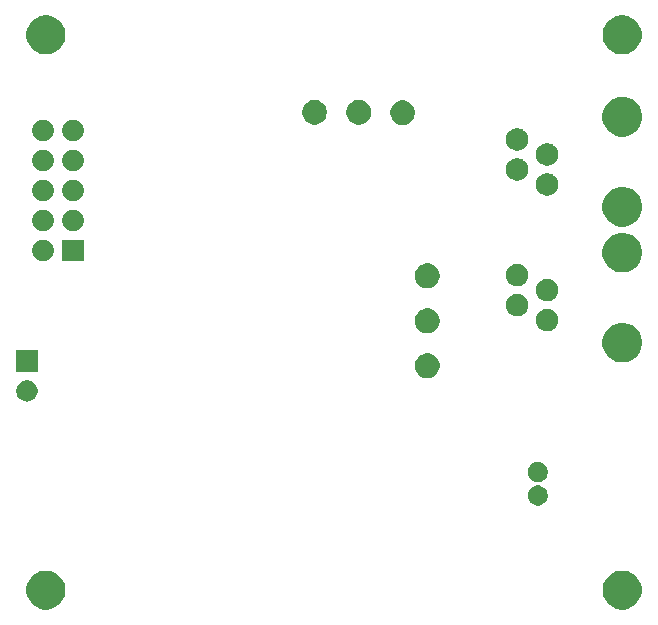
<source format=gbs>
G04 #@! TF.GenerationSoftware,KiCad,Pcbnew,5.1.5-52549c5~84~ubuntu18.04.1*
G04 #@! TF.CreationDate,2020-03-29T13:59:19+02:00*
G04 #@! TF.ProjectId,Telemetry,54656c65-6d65-4747-9279-2e6b69636164,rev?*
G04 #@! TF.SameCoordinates,Original*
G04 #@! TF.FileFunction,Soldermask,Bot*
G04 #@! TF.FilePolarity,Negative*
%FSLAX46Y46*%
G04 Gerber Fmt 4.6, Leading zero omitted, Abs format (unit mm)*
G04 Created by KiCad (PCBNEW 5.1.5-52549c5~84~ubuntu18.04.1) date 2020-03-29 13:59:19*
%MOMM*%
%LPD*%
G04 APERTURE LIST*
%ADD10C,0.100000*%
G04 APERTURE END LIST*
D10*
G36*
X156375256Y-149391298D02*
G01*
X156481579Y-149412447D01*
X156782042Y-149536903D01*
X157052451Y-149717585D01*
X157282415Y-149947549D01*
X157463097Y-150217958D01*
X157587553Y-150518421D01*
X157651000Y-150837391D01*
X157651000Y-151162609D01*
X157587553Y-151481579D01*
X157463097Y-151782042D01*
X157282415Y-152052451D01*
X157052451Y-152282415D01*
X156782042Y-152463097D01*
X156481579Y-152587553D01*
X156375256Y-152608702D01*
X156162611Y-152651000D01*
X155837389Y-152651000D01*
X155624744Y-152608702D01*
X155518421Y-152587553D01*
X155217958Y-152463097D01*
X154947549Y-152282415D01*
X154717585Y-152052451D01*
X154536903Y-151782042D01*
X154412447Y-151481579D01*
X154349000Y-151162609D01*
X154349000Y-150837391D01*
X154412447Y-150518421D01*
X154536903Y-150217958D01*
X154717585Y-149947549D01*
X154947549Y-149717585D01*
X155217958Y-149536903D01*
X155518421Y-149412447D01*
X155624744Y-149391298D01*
X155837389Y-149349000D01*
X156162611Y-149349000D01*
X156375256Y-149391298D01*
G37*
G36*
X107575256Y-149391298D02*
G01*
X107681579Y-149412447D01*
X107982042Y-149536903D01*
X108252451Y-149717585D01*
X108482415Y-149947549D01*
X108663097Y-150217958D01*
X108787553Y-150518421D01*
X108851000Y-150837391D01*
X108851000Y-151162609D01*
X108787553Y-151481579D01*
X108663097Y-151782042D01*
X108482415Y-152052451D01*
X108252451Y-152282415D01*
X107982042Y-152463097D01*
X107681579Y-152587553D01*
X107575256Y-152608702D01*
X107362611Y-152651000D01*
X107037389Y-152651000D01*
X106824744Y-152608702D01*
X106718421Y-152587553D01*
X106417958Y-152463097D01*
X106147549Y-152282415D01*
X105917585Y-152052451D01*
X105736903Y-151782042D01*
X105612447Y-151481579D01*
X105549000Y-151162609D01*
X105549000Y-150837391D01*
X105612447Y-150518421D01*
X105736903Y-150217958D01*
X105917585Y-149947549D01*
X106147549Y-149717585D01*
X106417958Y-149536903D01*
X106718421Y-149412447D01*
X106824744Y-149391298D01*
X107037389Y-149349000D01*
X107362611Y-149349000D01*
X107575256Y-149391298D01*
G37*
G36*
X149098228Y-142181703D02*
G01*
X149253100Y-142245853D01*
X149392481Y-142338985D01*
X149511015Y-142457519D01*
X149604147Y-142596900D01*
X149668297Y-142751772D01*
X149701000Y-142916184D01*
X149701000Y-143083816D01*
X149668297Y-143248228D01*
X149604147Y-143403100D01*
X149511015Y-143542481D01*
X149392481Y-143661015D01*
X149253100Y-143754147D01*
X149098228Y-143818297D01*
X148933816Y-143851000D01*
X148766184Y-143851000D01*
X148601772Y-143818297D01*
X148446900Y-143754147D01*
X148307519Y-143661015D01*
X148188985Y-143542481D01*
X148095853Y-143403100D01*
X148031703Y-143248228D01*
X147999000Y-143083816D01*
X147999000Y-142916184D01*
X148031703Y-142751772D01*
X148095853Y-142596900D01*
X148188985Y-142457519D01*
X148307519Y-142338985D01*
X148446900Y-142245853D01*
X148601772Y-142181703D01*
X148766184Y-142149000D01*
X148933816Y-142149000D01*
X149098228Y-142181703D01*
G37*
G36*
X149098228Y-140181703D02*
G01*
X149253100Y-140245853D01*
X149392481Y-140338985D01*
X149511015Y-140457519D01*
X149604147Y-140596900D01*
X149668297Y-140751772D01*
X149701000Y-140916184D01*
X149701000Y-141083816D01*
X149668297Y-141248228D01*
X149604147Y-141403100D01*
X149511015Y-141542481D01*
X149392481Y-141661015D01*
X149253100Y-141754147D01*
X149098228Y-141818297D01*
X148933816Y-141851000D01*
X148766184Y-141851000D01*
X148601772Y-141818297D01*
X148446900Y-141754147D01*
X148307519Y-141661015D01*
X148188985Y-141542481D01*
X148095853Y-141403100D01*
X148031703Y-141248228D01*
X147999000Y-141083816D01*
X147999000Y-140916184D01*
X148031703Y-140751772D01*
X148095853Y-140596900D01*
X148188985Y-140457519D01*
X148307519Y-140338985D01*
X148446900Y-140245853D01*
X148601772Y-140181703D01*
X148766184Y-140149000D01*
X148933816Y-140149000D01*
X149098228Y-140181703D01*
G37*
G36*
X105713512Y-133243927D02*
G01*
X105862812Y-133273624D01*
X106026784Y-133341544D01*
X106174354Y-133440147D01*
X106299853Y-133565646D01*
X106398456Y-133713216D01*
X106466376Y-133877188D01*
X106501000Y-134051259D01*
X106501000Y-134228741D01*
X106466376Y-134402812D01*
X106398456Y-134566784D01*
X106299853Y-134714354D01*
X106174354Y-134839853D01*
X106026784Y-134938456D01*
X105862812Y-135006376D01*
X105713512Y-135036073D01*
X105688742Y-135041000D01*
X105511258Y-135041000D01*
X105486488Y-135036073D01*
X105337188Y-135006376D01*
X105173216Y-134938456D01*
X105025646Y-134839853D01*
X104900147Y-134714354D01*
X104801544Y-134566784D01*
X104733624Y-134402812D01*
X104699000Y-134228741D01*
X104699000Y-134051259D01*
X104733624Y-133877188D01*
X104801544Y-133713216D01*
X104900147Y-133565646D01*
X105025646Y-133440147D01*
X105173216Y-133341544D01*
X105337188Y-133273624D01*
X105486488Y-133243927D01*
X105511258Y-133239000D01*
X105688742Y-133239000D01*
X105713512Y-133243927D01*
G37*
G36*
X139806564Y-130989389D02*
G01*
X139997833Y-131068615D01*
X139997835Y-131068616D01*
X140169973Y-131183635D01*
X140316365Y-131330027D01*
X140431385Y-131502167D01*
X140510611Y-131693436D01*
X140551000Y-131896484D01*
X140551000Y-132103516D01*
X140510611Y-132306564D01*
X140431385Y-132497833D01*
X140431384Y-132497835D01*
X140316365Y-132669973D01*
X140169973Y-132816365D01*
X139997835Y-132931384D01*
X139997834Y-132931385D01*
X139997833Y-132931385D01*
X139806564Y-133010611D01*
X139603516Y-133051000D01*
X139396484Y-133051000D01*
X139193436Y-133010611D01*
X139002167Y-132931385D01*
X139002166Y-132931385D01*
X139002165Y-132931384D01*
X138830027Y-132816365D01*
X138683635Y-132669973D01*
X138568616Y-132497835D01*
X138568615Y-132497833D01*
X138489389Y-132306564D01*
X138449000Y-132103516D01*
X138449000Y-131896484D01*
X138489389Y-131693436D01*
X138568615Y-131502167D01*
X138683635Y-131330027D01*
X138830027Y-131183635D01*
X139002165Y-131068616D01*
X139002167Y-131068615D01*
X139193436Y-130989389D01*
X139396484Y-130949000D01*
X139603516Y-130949000D01*
X139806564Y-130989389D01*
G37*
G36*
X106501000Y-132501000D02*
G01*
X104699000Y-132501000D01*
X104699000Y-130699000D01*
X106501000Y-130699000D01*
X106501000Y-132501000D01*
G37*
G36*
X156488871Y-128448408D02*
G01*
X156793883Y-128574748D01*
X157068387Y-128758166D01*
X157301834Y-128991613D01*
X157485252Y-129266117D01*
X157611592Y-129571129D01*
X157676000Y-129894928D01*
X157676000Y-130225072D01*
X157611592Y-130548871D01*
X157485252Y-130853883D01*
X157301834Y-131128387D01*
X157068387Y-131361834D01*
X156793883Y-131545252D01*
X156488871Y-131671592D01*
X156379059Y-131693435D01*
X156165073Y-131736000D01*
X155834927Y-131736000D01*
X155620941Y-131693435D01*
X155511129Y-131671592D01*
X155206117Y-131545252D01*
X154931613Y-131361834D01*
X154698166Y-131128387D01*
X154514748Y-130853883D01*
X154388408Y-130548871D01*
X154324000Y-130225072D01*
X154324000Y-129894928D01*
X154388408Y-129571129D01*
X154514748Y-129266117D01*
X154698166Y-128991613D01*
X154931613Y-128758166D01*
X155206117Y-128574748D01*
X155511129Y-128448408D01*
X155834927Y-128384000D01*
X156165073Y-128384000D01*
X156488871Y-128448408D01*
G37*
G36*
X139806564Y-127189389D02*
G01*
X139997833Y-127268615D01*
X139997835Y-127268616D01*
X140169973Y-127383635D01*
X140316365Y-127530027D01*
X140431385Y-127702167D01*
X140510611Y-127893436D01*
X140551000Y-128096484D01*
X140551000Y-128303516D01*
X140510611Y-128506564D01*
X140471715Y-128600467D01*
X140431384Y-128697835D01*
X140316365Y-128869973D01*
X140169973Y-129016365D01*
X139997835Y-129131384D01*
X139997834Y-129131385D01*
X139997833Y-129131385D01*
X139806564Y-129210611D01*
X139603516Y-129251000D01*
X139396484Y-129251000D01*
X139193436Y-129210611D01*
X139002167Y-129131385D01*
X139002166Y-129131385D01*
X139002165Y-129131384D01*
X138830027Y-129016365D01*
X138683635Y-128869973D01*
X138568616Y-128697835D01*
X138528285Y-128600467D01*
X138489389Y-128506564D01*
X138449000Y-128303516D01*
X138449000Y-128096484D01*
X138489389Y-127893436D01*
X138568615Y-127702167D01*
X138683635Y-127530027D01*
X138830027Y-127383635D01*
X139002165Y-127268616D01*
X139002167Y-127268615D01*
X139193436Y-127189389D01*
X139396484Y-127149000D01*
X139603516Y-127149000D01*
X139806564Y-127189389D01*
G37*
G36*
X149927395Y-127235546D02*
G01*
X150100466Y-127307234D01*
X150177818Y-127358919D01*
X150256227Y-127411310D01*
X150388690Y-127543773D01*
X150388691Y-127543775D01*
X150492766Y-127699534D01*
X150564454Y-127872605D01*
X150601000Y-128056333D01*
X150601000Y-128243667D01*
X150564454Y-128427395D01*
X150492766Y-128600466D01*
X150492765Y-128600467D01*
X150388690Y-128756227D01*
X150256227Y-128888690D01*
X150177818Y-128941081D01*
X150100466Y-128992766D01*
X149927395Y-129064454D01*
X149743667Y-129101000D01*
X149556333Y-129101000D01*
X149372605Y-129064454D01*
X149199534Y-128992766D01*
X149122182Y-128941081D01*
X149043773Y-128888690D01*
X148911310Y-128756227D01*
X148807235Y-128600467D01*
X148807234Y-128600466D01*
X148735546Y-128427395D01*
X148699000Y-128243667D01*
X148699000Y-128056333D01*
X148735546Y-127872605D01*
X148807234Y-127699534D01*
X148911309Y-127543775D01*
X148911310Y-127543773D01*
X149043773Y-127411310D01*
X149122182Y-127358919D01*
X149199534Y-127307234D01*
X149372605Y-127235546D01*
X149556333Y-127199000D01*
X149743667Y-127199000D01*
X149927395Y-127235546D01*
G37*
G36*
X147387395Y-125965546D02*
G01*
X147560466Y-126037234D01*
X147637818Y-126088919D01*
X147716227Y-126141310D01*
X147848690Y-126273773D01*
X147848691Y-126273775D01*
X147952766Y-126429534D01*
X148024454Y-126602605D01*
X148061000Y-126786333D01*
X148061000Y-126973667D01*
X148024454Y-127157395D01*
X147952766Y-127330466D01*
X147901081Y-127407818D01*
X147848690Y-127486227D01*
X147716227Y-127618690D01*
X147637818Y-127671081D01*
X147560466Y-127722766D01*
X147387395Y-127794454D01*
X147203667Y-127831000D01*
X147016333Y-127831000D01*
X146832605Y-127794454D01*
X146659534Y-127722766D01*
X146582182Y-127671081D01*
X146503773Y-127618690D01*
X146371310Y-127486227D01*
X146318919Y-127407818D01*
X146267234Y-127330466D01*
X146195546Y-127157395D01*
X146159000Y-126973667D01*
X146159000Y-126786333D01*
X146195546Y-126602605D01*
X146267234Y-126429534D01*
X146371309Y-126273775D01*
X146371310Y-126273773D01*
X146503773Y-126141310D01*
X146582182Y-126088919D01*
X146659534Y-126037234D01*
X146832605Y-125965546D01*
X147016333Y-125929000D01*
X147203667Y-125929000D01*
X147387395Y-125965546D01*
G37*
G36*
X149927395Y-124695546D02*
G01*
X150100466Y-124767234D01*
X150177818Y-124818919D01*
X150256227Y-124871310D01*
X150388690Y-125003773D01*
X150388691Y-125003775D01*
X150492766Y-125159534D01*
X150564454Y-125332605D01*
X150601000Y-125516333D01*
X150601000Y-125703667D01*
X150564454Y-125887395D01*
X150492766Y-126060466D01*
X150492765Y-126060467D01*
X150388690Y-126216227D01*
X150256227Y-126348690D01*
X150177818Y-126401081D01*
X150100466Y-126452766D01*
X149927395Y-126524454D01*
X149743667Y-126561000D01*
X149556333Y-126561000D01*
X149372605Y-126524454D01*
X149199534Y-126452766D01*
X149122182Y-126401081D01*
X149043773Y-126348690D01*
X148911310Y-126216227D01*
X148807235Y-126060467D01*
X148807234Y-126060466D01*
X148735546Y-125887395D01*
X148699000Y-125703667D01*
X148699000Y-125516333D01*
X148735546Y-125332605D01*
X148807234Y-125159534D01*
X148911309Y-125003775D01*
X148911310Y-125003773D01*
X149043773Y-124871310D01*
X149122182Y-124818919D01*
X149199534Y-124767234D01*
X149372605Y-124695546D01*
X149556333Y-124659000D01*
X149743667Y-124659000D01*
X149927395Y-124695546D01*
G37*
G36*
X139806564Y-123389389D02*
G01*
X139997833Y-123468615D01*
X139997835Y-123468616D01*
X140169973Y-123583635D01*
X140316365Y-123730027D01*
X140422944Y-123889533D01*
X140431385Y-123902167D01*
X140510611Y-124093436D01*
X140551000Y-124296484D01*
X140551000Y-124503516D01*
X140510611Y-124706564D01*
X140442371Y-124871310D01*
X140431384Y-124897835D01*
X140316365Y-125069973D01*
X140169973Y-125216365D01*
X139997835Y-125331384D01*
X139997834Y-125331385D01*
X139997833Y-125331385D01*
X139806564Y-125410611D01*
X139603516Y-125451000D01*
X139396484Y-125451000D01*
X139193436Y-125410611D01*
X139002167Y-125331385D01*
X139002166Y-125331385D01*
X139002165Y-125331384D01*
X138830027Y-125216365D01*
X138683635Y-125069973D01*
X138568616Y-124897835D01*
X138557629Y-124871310D01*
X138489389Y-124706564D01*
X138449000Y-124503516D01*
X138449000Y-124296484D01*
X138489389Y-124093436D01*
X138568615Y-123902167D01*
X138577057Y-123889533D01*
X138683635Y-123730027D01*
X138830027Y-123583635D01*
X139002165Y-123468616D01*
X139002167Y-123468615D01*
X139193436Y-123389389D01*
X139396484Y-123349000D01*
X139603516Y-123349000D01*
X139806564Y-123389389D01*
G37*
G36*
X147387395Y-123425546D02*
G01*
X147560466Y-123497234D01*
X147637818Y-123548919D01*
X147716227Y-123601310D01*
X147848690Y-123733773D01*
X147848691Y-123733775D01*
X147952766Y-123889534D01*
X148024454Y-124062605D01*
X148061000Y-124246333D01*
X148061000Y-124433667D01*
X148024454Y-124617395D01*
X147952766Y-124790466D01*
X147952765Y-124790467D01*
X147848690Y-124946227D01*
X147716227Y-125078690D01*
X147637818Y-125131081D01*
X147560466Y-125182766D01*
X147387395Y-125254454D01*
X147203667Y-125291000D01*
X147016333Y-125291000D01*
X146832605Y-125254454D01*
X146659534Y-125182766D01*
X146582182Y-125131081D01*
X146503773Y-125078690D01*
X146371310Y-124946227D01*
X146267235Y-124790467D01*
X146267234Y-124790466D01*
X146195546Y-124617395D01*
X146159000Y-124433667D01*
X146159000Y-124246333D01*
X146195546Y-124062605D01*
X146267234Y-123889534D01*
X146371309Y-123733775D01*
X146371310Y-123733773D01*
X146503773Y-123601310D01*
X146582182Y-123548919D01*
X146659534Y-123497234D01*
X146832605Y-123425546D01*
X147016333Y-123389000D01*
X147203667Y-123389000D01*
X147387395Y-123425546D01*
G37*
G36*
X156488871Y-120828408D02*
G01*
X156793883Y-120954748D01*
X157068387Y-121138166D01*
X157301834Y-121371613D01*
X157485252Y-121646117D01*
X157611592Y-121951129D01*
X157676000Y-122274928D01*
X157676000Y-122605072D01*
X157611592Y-122928871D01*
X157485252Y-123233883D01*
X157301834Y-123508387D01*
X157068387Y-123741834D01*
X156793883Y-123925252D01*
X156488871Y-124051592D01*
X156433510Y-124062604D01*
X156165073Y-124116000D01*
X155834927Y-124116000D01*
X155566490Y-124062604D01*
X155511129Y-124051592D01*
X155206117Y-123925252D01*
X154931613Y-123741834D01*
X154698166Y-123508387D01*
X154514748Y-123233883D01*
X154388408Y-122928871D01*
X154324000Y-122605072D01*
X154324000Y-122274928D01*
X154388408Y-121951129D01*
X154514748Y-121646117D01*
X154698166Y-121371613D01*
X154931613Y-121138166D01*
X155206117Y-120954748D01*
X155511129Y-120828408D01*
X155834927Y-120764000D01*
X156165073Y-120764000D01*
X156488871Y-120828408D01*
G37*
G36*
X107226778Y-121370547D02*
G01*
X107393224Y-121439491D01*
X107543022Y-121539583D01*
X107670417Y-121666978D01*
X107770509Y-121816776D01*
X107839453Y-121983222D01*
X107874600Y-122159918D01*
X107874600Y-122340082D01*
X107839453Y-122516778D01*
X107770509Y-122683224D01*
X107670417Y-122833022D01*
X107543022Y-122960417D01*
X107393224Y-123060509D01*
X107226778Y-123129453D01*
X107050082Y-123164600D01*
X106869918Y-123164600D01*
X106693222Y-123129453D01*
X106526776Y-123060509D01*
X106376978Y-122960417D01*
X106249583Y-122833022D01*
X106149491Y-122683224D01*
X106080547Y-122516778D01*
X106045400Y-122340082D01*
X106045400Y-122159918D01*
X106080547Y-121983222D01*
X106149491Y-121816776D01*
X106249583Y-121666978D01*
X106376978Y-121539583D01*
X106526776Y-121439491D01*
X106693222Y-121370547D01*
X106869918Y-121335400D01*
X107050082Y-121335400D01*
X107226778Y-121370547D01*
G37*
G36*
X110414600Y-123164600D02*
G01*
X108585400Y-123164600D01*
X108585400Y-121335400D01*
X110414600Y-121335400D01*
X110414600Y-123164600D01*
G37*
G36*
X109766778Y-118830547D02*
G01*
X109933224Y-118899491D01*
X110083022Y-118999583D01*
X110210417Y-119126978D01*
X110310509Y-119276776D01*
X110379453Y-119443222D01*
X110414600Y-119619918D01*
X110414600Y-119800082D01*
X110379453Y-119976778D01*
X110310509Y-120143224D01*
X110210417Y-120293022D01*
X110083022Y-120420417D01*
X109933224Y-120520509D01*
X109766778Y-120589453D01*
X109590082Y-120624600D01*
X109409918Y-120624600D01*
X109233222Y-120589453D01*
X109066776Y-120520509D01*
X108916978Y-120420417D01*
X108789583Y-120293022D01*
X108689491Y-120143224D01*
X108620547Y-119976778D01*
X108585400Y-119800082D01*
X108585400Y-119619918D01*
X108620547Y-119443222D01*
X108689491Y-119276776D01*
X108789583Y-119126978D01*
X108916978Y-118999583D01*
X109066776Y-118899491D01*
X109233222Y-118830547D01*
X109409918Y-118795400D01*
X109590082Y-118795400D01*
X109766778Y-118830547D01*
G37*
G36*
X107226778Y-118830547D02*
G01*
X107393224Y-118899491D01*
X107543022Y-118999583D01*
X107670417Y-119126978D01*
X107770509Y-119276776D01*
X107839453Y-119443222D01*
X107874600Y-119619918D01*
X107874600Y-119800082D01*
X107839453Y-119976778D01*
X107770509Y-120143224D01*
X107670417Y-120293022D01*
X107543022Y-120420417D01*
X107393224Y-120520509D01*
X107226778Y-120589453D01*
X107050082Y-120624600D01*
X106869918Y-120624600D01*
X106693222Y-120589453D01*
X106526776Y-120520509D01*
X106376978Y-120420417D01*
X106249583Y-120293022D01*
X106149491Y-120143224D01*
X106080547Y-119976778D01*
X106045400Y-119800082D01*
X106045400Y-119619918D01*
X106080547Y-119443222D01*
X106149491Y-119276776D01*
X106249583Y-119126978D01*
X106376978Y-118999583D01*
X106526776Y-118899491D01*
X106693222Y-118830547D01*
X106869918Y-118795400D01*
X107050082Y-118795400D01*
X107226778Y-118830547D01*
G37*
G36*
X156261702Y-116903221D02*
G01*
X156488871Y-116948408D01*
X156793883Y-117074748D01*
X157068387Y-117258166D01*
X157301834Y-117491613D01*
X157485252Y-117766117D01*
X157611592Y-118071129D01*
X157676000Y-118394928D01*
X157676000Y-118725072D01*
X157611592Y-119048871D01*
X157485252Y-119353883D01*
X157301834Y-119628387D01*
X157068387Y-119861834D01*
X156793883Y-120045252D01*
X156488871Y-120171592D01*
X156165073Y-120236000D01*
X155834927Y-120236000D01*
X155511129Y-120171592D01*
X155206117Y-120045252D01*
X154931613Y-119861834D01*
X154698166Y-119628387D01*
X154514748Y-119353883D01*
X154388408Y-119048871D01*
X154324000Y-118725072D01*
X154324000Y-118394928D01*
X154388408Y-118071129D01*
X154514748Y-117766117D01*
X154698166Y-117491613D01*
X154931613Y-117258166D01*
X155206117Y-117074748D01*
X155511129Y-116948408D01*
X155738298Y-116903221D01*
X155834927Y-116884000D01*
X156165073Y-116884000D01*
X156261702Y-116903221D01*
G37*
G36*
X109766778Y-116290547D02*
G01*
X109933224Y-116359491D01*
X110083022Y-116459583D01*
X110210417Y-116586978D01*
X110310509Y-116736776D01*
X110379453Y-116903222D01*
X110414600Y-117079918D01*
X110414600Y-117260082D01*
X110379453Y-117436778D01*
X110310509Y-117603224D01*
X110210417Y-117753022D01*
X110083022Y-117880417D01*
X109933224Y-117980509D01*
X109766778Y-118049453D01*
X109590082Y-118084600D01*
X109409918Y-118084600D01*
X109233222Y-118049453D01*
X109066776Y-117980509D01*
X108916978Y-117880417D01*
X108789583Y-117753022D01*
X108689491Y-117603224D01*
X108620547Y-117436778D01*
X108585400Y-117260082D01*
X108585400Y-117079918D01*
X108620547Y-116903222D01*
X108689491Y-116736776D01*
X108789583Y-116586978D01*
X108916978Y-116459583D01*
X109066776Y-116359491D01*
X109233222Y-116290547D01*
X109409918Y-116255400D01*
X109590082Y-116255400D01*
X109766778Y-116290547D01*
G37*
G36*
X107226778Y-116290547D02*
G01*
X107393224Y-116359491D01*
X107543022Y-116459583D01*
X107670417Y-116586978D01*
X107770509Y-116736776D01*
X107839453Y-116903222D01*
X107874600Y-117079918D01*
X107874600Y-117260082D01*
X107839453Y-117436778D01*
X107770509Y-117603224D01*
X107670417Y-117753022D01*
X107543022Y-117880417D01*
X107393224Y-117980509D01*
X107226778Y-118049453D01*
X107050082Y-118084600D01*
X106869918Y-118084600D01*
X106693222Y-118049453D01*
X106526776Y-117980509D01*
X106376978Y-117880417D01*
X106249583Y-117753022D01*
X106149491Y-117603224D01*
X106080547Y-117436778D01*
X106045400Y-117260082D01*
X106045400Y-117079918D01*
X106080547Y-116903222D01*
X106149491Y-116736776D01*
X106249583Y-116586978D01*
X106376978Y-116459583D01*
X106526776Y-116359491D01*
X106693222Y-116290547D01*
X106869918Y-116255400D01*
X107050082Y-116255400D01*
X107226778Y-116290547D01*
G37*
G36*
X149927395Y-115735546D02*
G01*
X150100466Y-115807234D01*
X150177818Y-115858919D01*
X150256227Y-115911310D01*
X150388690Y-116043773D01*
X150388691Y-116043775D01*
X150492766Y-116199534D01*
X150564454Y-116372605D01*
X150601000Y-116556333D01*
X150601000Y-116743667D01*
X150564454Y-116927395D01*
X150492766Y-117100466D01*
X150492765Y-117100467D01*
X150388690Y-117256227D01*
X150256227Y-117388690D01*
X150184258Y-117436778D01*
X150100466Y-117492766D01*
X149927395Y-117564454D01*
X149743667Y-117601000D01*
X149556333Y-117601000D01*
X149372605Y-117564454D01*
X149199534Y-117492766D01*
X149115742Y-117436778D01*
X149043773Y-117388690D01*
X148911310Y-117256227D01*
X148807235Y-117100467D01*
X148807234Y-117100466D01*
X148735546Y-116927395D01*
X148699000Y-116743667D01*
X148699000Y-116556333D01*
X148735546Y-116372605D01*
X148807234Y-116199534D01*
X148911309Y-116043775D01*
X148911310Y-116043773D01*
X149043773Y-115911310D01*
X149122182Y-115858919D01*
X149199534Y-115807234D01*
X149372605Y-115735546D01*
X149556333Y-115699000D01*
X149743667Y-115699000D01*
X149927395Y-115735546D01*
G37*
G36*
X147387395Y-114465546D02*
G01*
X147560466Y-114537234D01*
X147637818Y-114588919D01*
X147716227Y-114641310D01*
X147848690Y-114773773D01*
X147848691Y-114773775D01*
X147952766Y-114929534D01*
X148024454Y-115102605D01*
X148061000Y-115286333D01*
X148061000Y-115473667D01*
X148024454Y-115657395D01*
X147952766Y-115830466D01*
X147952765Y-115830467D01*
X147848690Y-115986227D01*
X147716227Y-116118690D01*
X147637818Y-116171081D01*
X147560466Y-116222766D01*
X147387395Y-116294454D01*
X147203667Y-116331000D01*
X147016333Y-116331000D01*
X146832605Y-116294454D01*
X146659534Y-116222766D01*
X146582182Y-116171081D01*
X146503773Y-116118690D01*
X146371310Y-115986227D01*
X146267235Y-115830467D01*
X146267234Y-115830466D01*
X146195546Y-115657395D01*
X146159000Y-115473667D01*
X146159000Y-115286333D01*
X146195546Y-115102605D01*
X146267234Y-114929534D01*
X146371309Y-114773775D01*
X146371310Y-114773773D01*
X146503773Y-114641310D01*
X146582182Y-114588919D01*
X146659534Y-114537234D01*
X146832605Y-114465546D01*
X147016333Y-114429000D01*
X147203667Y-114429000D01*
X147387395Y-114465546D01*
G37*
G36*
X109766778Y-113750547D02*
G01*
X109933224Y-113819491D01*
X110083022Y-113919583D01*
X110210417Y-114046978D01*
X110310509Y-114196776D01*
X110379453Y-114363222D01*
X110414600Y-114539918D01*
X110414600Y-114720082D01*
X110379453Y-114896778D01*
X110310509Y-115063224D01*
X110210417Y-115213022D01*
X110083022Y-115340417D01*
X109933224Y-115440509D01*
X109766778Y-115509453D01*
X109590082Y-115544600D01*
X109409918Y-115544600D01*
X109233222Y-115509453D01*
X109066776Y-115440509D01*
X108916978Y-115340417D01*
X108789583Y-115213022D01*
X108689491Y-115063224D01*
X108620547Y-114896778D01*
X108585400Y-114720082D01*
X108585400Y-114539918D01*
X108620547Y-114363222D01*
X108689491Y-114196776D01*
X108789583Y-114046978D01*
X108916978Y-113919583D01*
X109066776Y-113819491D01*
X109233222Y-113750547D01*
X109409918Y-113715400D01*
X109590082Y-113715400D01*
X109766778Y-113750547D01*
G37*
G36*
X107226778Y-113750547D02*
G01*
X107393224Y-113819491D01*
X107543022Y-113919583D01*
X107670417Y-114046978D01*
X107770509Y-114196776D01*
X107839453Y-114363222D01*
X107874600Y-114539918D01*
X107874600Y-114720082D01*
X107839453Y-114896778D01*
X107770509Y-115063224D01*
X107670417Y-115213022D01*
X107543022Y-115340417D01*
X107393224Y-115440509D01*
X107226778Y-115509453D01*
X107050082Y-115544600D01*
X106869918Y-115544600D01*
X106693222Y-115509453D01*
X106526776Y-115440509D01*
X106376978Y-115340417D01*
X106249583Y-115213022D01*
X106149491Y-115063224D01*
X106080547Y-114896778D01*
X106045400Y-114720082D01*
X106045400Y-114539918D01*
X106080547Y-114363222D01*
X106149491Y-114196776D01*
X106249583Y-114046978D01*
X106376978Y-113919583D01*
X106526776Y-113819491D01*
X106693222Y-113750547D01*
X106869918Y-113715400D01*
X107050082Y-113715400D01*
X107226778Y-113750547D01*
G37*
G36*
X149927395Y-113195546D02*
G01*
X150100466Y-113267234D01*
X150177818Y-113318919D01*
X150256227Y-113371310D01*
X150388690Y-113503773D01*
X150388691Y-113503775D01*
X150492766Y-113659534D01*
X150564454Y-113832605D01*
X150601000Y-114016333D01*
X150601000Y-114203667D01*
X150564454Y-114387395D01*
X150492766Y-114560466D01*
X150492765Y-114560467D01*
X150388690Y-114716227D01*
X150256227Y-114848690D01*
X150184258Y-114896778D01*
X150100466Y-114952766D01*
X149927395Y-115024454D01*
X149743667Y-115061000D01*
X149556333Y-115061000D01*
X149372605Y-115024454D01*
X149199534Y-114952766D01*
X149115742Y-114896778D01*
X149043773Y-114848690D01*
X148911310Y-114716227D01*
X148807235Y-114560467D01*
X148807234Y-114560466D01*
X148735546Y-114387395D01*
X148699000Y-114203667D01*
X148699000Y-114016333D01*
X148735546Y-113832605D01*
X148807234Y-113659534D01*
X148911309Y-113503775D01*
X148911310Y-113503773D01*
X149043773Y-113371310D01*
X149122182Y-113318919D01*
X149199534Y-113267234D01*
X149372605Y-113195546D01*
X149556333Y-113159000D01*
X149743667Y-113159000D01*
X149927395Y-113195546D01*
G37*
G36*
X147387395Y-111925546D02*
G01*
X147560466Y-111997234D01*
X147637818Y-112048919D01*
X147716227Y-112101310D01*
X147848690Y-112233773D01*
X147848691Y-112233775D01*
X147952766Y-112389534D01*
X148024454Y-112562605D01*
X148061000Y-112746333D01*
X148061000Y-112933667D01*
X148024454Y-113117395D01*
X147952766Y-113290466D01*
X147952765Y-113290467D01*
X147848690Y-113446227D01*
X147716227Y-113578690D01*
X147637818Y-113631081D01*
X147560466Y-113682766D01*
X147387395Y-113754454D01*
X147203667Y-113791000D01*
X147016333Y-113791000D01*
X146832605Y-113754454D01*
X146659534Y-113682766D01*
X146582182Y-113631081D01*
X146503773Y-113578690D01*
X146371310Y-113446227D01*
X146267235Y-113290467D01*
X146267234Y-113290466D01*
X146195546Y-113117395D01*
X146159000Y-112933667D01*
X146159000Y-112746333D01*
X146195546Y-112562605D01*
X146267234Y-112389534D01*
X146371309Y-112233775D01*
X146371310Y-112233773D01*
X146503773Y-112101310D01*
X146582182Y-112048919D01*
X146659534Y-111997234D01*
X146832605Y-111925546D01*
X147016333Y-111889000D01*
X147203667Y-111889000D01*
X147387395Y-111925546D01*
G37*
G36*
X107226778Y-111210547D02*
G01*
X107393224Y-111279491D01*
X107543022Y-111379583D01*
X107670417Y-111506978D01*
X107770509Y-111656776D01*
X107839453Y-111823222D01*
X107874600Y-111999918D01*
X107874600Y-112180082D01*
X107839453Y-112356778D01*
X107770509Y-112523224D01*
X107670417Y-112673022D01*
X107543022Y-112800417D01*
X107393224Y-112900509D01*
X107226778Y-112969453D01*
X107050082Y-113004600D01*
X106869918Y-113004600D01*
X106693222Y-112969453D01*
X106526776Y-112900509D01*
X106376978Y-112800417D01*
X106249583Y-112673022D01*
X106149491Y-112523224D01*
X106080547Y-112356778D01*
X106045400Y-112180082D01*
X106045400Y-111999918D01*
X106080547Y-111823222D01*
X106149491Y-111656776D01*
X106249583Y-111506978D01*
X106376978Y-111379583D01*
X106526776Y-111279491D01*
X106693222Y-111210547D01*
X106869918Y-111175400D01*
X107050082Y-111175400D01*
X107226778Y-111210547D01*
G37*
G36*
X109766778Y-111210547D02*
G01*
X109933224Y-111279491D01*
X110083022Y-111379583D01*
X110210417Y-111506978D01*
X110310509Y-111656776D01*
X110379453Y-111823222D01*
X110414600Y-111999918D01*
X110414600Y-112180082D01*
X110379453Y-112356778D01*
X110310509Y-112523224D01*
X110210417Y-112673022D01*
X110083022Y-112800417D01*
X109933224Y-112900509D01*
X109766778Y-112969453D01*
X109590082Y-113004600D01*
X109409918Y-113004600D01*
X109233222Y-112969453D01*
X109066776Y-112900509D01*
X108916978Y-112800417D01*
X108789583Y-112673022D01*
X108689491Y-112523224D01*
X108620547Y-112356778D01*
X108585400Y-112180082D01*
X108585400Y-111999918D01*
X108620547Y-111823222D01*
X108689491Y-111656776D01*
X108789583Y-111506978D01*
X108916978Y-111379583D01*
X109066776Y-111279491D01*
X109233222Y-111210547D01*
X109409918Y-111175400D01*
X109590082Y-111175400D01*
X109766778Y-111210547D01*
G37*
G36*
X156326971Y-109296204D02*
G01*
X156488871Y-109328408D01*
X156793883Y-109454748D01*
X157068387Y-109638166D01*
X157301834Y-109871613D01*
X157485252Y-110146117D01*
X157611592Y-110451129D01*
X157676000Y-110774928D01*
X157676000Y-111105072D01*
X157611592Y-111428871D01*
X157485252Y-111733883D01*
X157301834Y-112008387D01*
X157068387Y-112241834D01*
X156793883Y-112425252D01*
X156488871Y-112551592D01*
X156433510Y-112562604D01*
X156165073Y-112616000D01*
X155834927Y-112616000D01*
X155566490Y-112562604D01*
X155511129Y-112551592D01*
X155206117Y-112425252D01*
X154931613Y-112241834D01*
X154698166Y-112008387D01*
X154514748Y-111733883D01*
X154388408Y-111428871D01*
X154324000Y-111105072D01*
X154324000Y-110774928D01*
X154388408Y-110451129D01*
X154514748Y-110146117D01*
X154698166Y-109871613D01*
X154931613Y-109638166D01*
X155206117Y-109454748D01*
X155511129Y-109328408D01*
X155673029Y-109296204D01*
X155834927Y-109264000D01*
X156165073Y-109264000D01*
X156326971Y-109296204D01*
G37*
G36*
X137706564Y-109569389D02*
G01*
X137897833Y-109648615D01*
X137897835Y-109648616D01*
X138069973Y-109763635D01*
X138216365Y-109910027D01*
X138311339Y-110052165D01*
X138331385Y-110082167D01*
X138410611Y-110273436D01*
X138451000Y-110476484D01*
X138451000Y-110683516D01*
X138410611Y-110886564D01*
X138331385Y-111077833D01*
X138331384Y-111077835D01*
X138216365Y-111249973D01*
X138069973Y-111396365D01*
X137897835Y-111511384D01*
X137897834Y-111511385D01*
X137897833Y-111511385D01*
X137706564Y-111590611D01*
X137503516Y-111631000D01*
X137296484Y-111631000D01*
X137093436Y-111590611D01*
X136902167Y-111511385D01*
X136902166Y-111511385D01*
X136902165Y-111511384D01*
X136730027Y-111396365D01*
X136583635Y-111249973D01*
X136468616Y-111077835D01*
X136468615Y-111077833D01*
X136389389Y-110886564D01*
X136349000Y-110683516D01*
X136349000Y-110476484D01*
X136389389Y-110273436D01*
X136468615Y-110082167D01*
X136488662Y-110052165D01*
X136583635Y-109910027D01*
X136730027Y-109763635D01*
X136902165Y-109648616D01*
X136902167Y-109648615D01*
X137093436Y-109569389D01*
X137296484Y-109529000D01*
X137503516Y-109529000D01*
X137706564Y-109569389D01*
G37*
G36*
X130256564Y-109539389D02*
G01*
X130447833Y-109618615D01*
X130447835Y-109618616D01*
X130492733Y-109648616D01*
X130619973Y-109733635D01*
X130766365Y-109880027D01*
X130881385Y-110052167D01*
X130960611Y-110243436D01*
X131001000Y-110446484D01*
X131001000Y-110653516D01*
X130960611Y-110856564D01*
X130948184Y-110886565D01*
X130881384Y-111047835D01*
X130766365Y-111219973D01*
X130619973Y-111366365D01*
X130447835Y-111481384D01*
X130447834Y-111481385D01*
X130447833Y-111481385D01*
X130256564Y-111560611D01*
X130053516Y-111601000D01*
X129846484Y-111601000D01*
X129643436Y-111560611D01*
X129452167Y-111481385D01*
X129452166Y-111481385D01*
X129452165Y-111481384D01*
X129280027Y-111366365D01*
X129133635Y-111219973D01*
X129018616Y-111047835D01*
X128951816Y-110886565D01*
X128939389Y-110856564D01*
X128899000Y-110653516D01*
X128899000Y-110446484D01*
X128939389Y-110243436D01*
X129018615Y-110052167D01*
X129133635Y-109880027D01*
X129280027Y-109733635D01*
X129407267Y-109648616D01*
X129452165Y-109618616D01*
X129452167Y-109618615D01*
X129643436Y-109539389D01*
X129846484Y-109499000D01*
X130053516Y-109499000D01*
X130256564Y-109539389D01*
G37*
G36*
X134006564Y-109539389D02*
G01*
X134197833Y-109618615D01*
X134197835Y-109618616D01*
X134242733Y-109648616D01*
X134369973Y-109733635D01*
X134516365Y-109880027D01*
X134631385Y-110052167D01*
X134710611Y-110243436D01*
X134751000Y-110446484D01*
X134751000Y-110653516D01*
X134710611Y-110856564D01*
X134698184Y-110886565D01*
X134631384Y-111047835D01*
X134516365Y-111219973D01*
X134369973Y-111366365D01*
X134197835Y-111481384D01*
X134197834Y-111481385D01*
X134197833Y-111481385D01*
X134006564Y-111560611D01*
X133803516Y-111601000D01*
X133596484Y-111601000D01*
X133393436Y-111560611D01*
X133202167Y-111481385D01*
X133202166Y-111481385D01*
X133202165Y-111481384D01*
X133030027Y-111366365D01*
X132883635Y-111219973D01*
X132768616Y-111047835D01*
X132701816Y-110886565D01*
X132689389Y-110856564D01*
X132649000Y-110653516D01*
X132649000Y-110446484D01*
X132689389Y-110243436D01*
X132768615Y-110052167D01*
X132883635Y-109880027D01*
X133030027Y-109733635D01*
X133157267Y-109648616D01*
X133202165Y-109618616D01*
X133202167Y-109618615D01*
X133393436Y-109539389D01*
X133596484Y-109499000D01*
X133803516Y-109499000D01*
X134006564Y-109539389D01*
G37*
G36*
X156375256Y-102391298D02*
G01*
X156481579Y-102412447D01*
X156782042Y-102536903D01*
X157052451Y-102717585D01*
X157282415Y-102947549D01*
X157463097Y-103217958D01*
X157587553Y-103518421D01*
X157651000Y-103837391D01*
X157651000Y-104162609D01*
X157587553Y-104481579D01*
X157463097Y-104782042D01*
X157282415Y-105052451D01*
X157052451Y-105282415D01*
X156782042Y-105463097D01*
X156481579Y-105587553D01*
X156375256Y-105608702D01*
X156162611Y-105651000D01*
X155837389Y-105651000D01*
X155624744Y-105608702D01*
X155518421Y-105587553D01*
X155217958Y-105463097D01*
X154947549Y-105282415D01*
X154717585Y-105052451D01*
X154536903Y-104782042D01*
X154412447Y-104481579D01*
X154349000Y-104162609D01*
X154349000Y-103837391D01*
X154412447Y-103518421D01*
X154536903Y-103217958D01*
X154717585Y-102947549D01*
X154947549Y-102717585D01*
X155217958Y-102536903D01*
X155518421Y-102412447D01*
X155624744Y-102391298D01*
X155837389Y-102349000D01*
X156162611Y-102349000D01*
X156375256Y-102391298D01*
G37*
G36*
X107575256Y-102391298D02*
G01*
X107681579Y-102412447D01*
X107982042Y-102536903D01*
X108252451Y-102717585D01*
X108482415Y-102947549D01*
X108663097Y-103217958D01*
X108787553Y-103518421D01*
X108851000Y-103837391D01*
X108851000Y-104162609D01*
X108787553Y-104481579D01*
X108663097Y-104782042D01*
X108482415Y-105052451D01*
X108252451Y-105282415D01*
X107982042Y-105463097D01*
X107681579Y-105587553D01*
X107575256Y-105608702D01*
X107362611Y-105651000D01*
X107037389Y-105651000D01*
X106824744Y-105608702D01*
X106718421Y-105587553D01*
X106417958Y-105463097D01*
X106147549Y-105282415D01*
X105917585Y-105052451D01*
X105736903Y-104782042D01*
X105612447Y-104481579D01*
X105549000Y-104162609D01*
X105549000Y-103837391D01*
X105612447Y-103518421D01*
X105736903Y-103217958D01*
X105917585Y-102947549D01*
X106147549Y-102717585D01*
X106417958Y-102536903D01*
X106718421Y-102412447D01*
X106824744Y-102391298D01*
X107037389Y-102349000D01*
X107362611Y-102349000D01*
X107575256Y-102391298D01*
G37*
M02*

</source>
